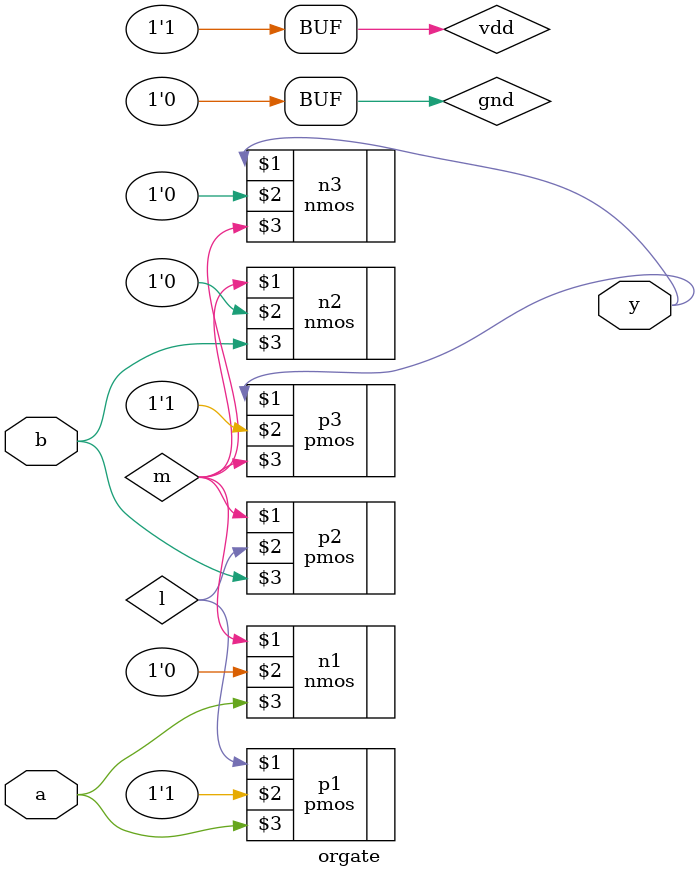
<source format=sv>
module orgate(a,b,y);
input a,b;
output y;
wire l,m;
supply1 vdd;
supply0 gnd;
pmos p1(l,vdd,a);
pmos p2(m,l,b);
nmos n2(m,gnd,b);
nmos n1(m,gnd,a);
pmos p3(y,vdd,m);
nmos n3(y,gnd,m);
endmodule




</source>
